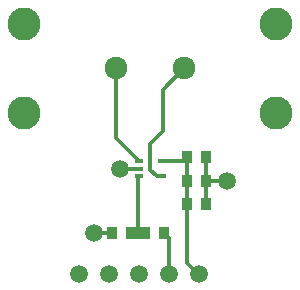
<source format=gtl>
G04 Layer_Physical_Order=1*
G04 Layer_Color=255*
%FSLAX43Y43*%
%MOMM*%
G71*
G01*
G75*
%ADD10R,0.950X1.000*%
%ADD11R,0.750X0.400*%
%ADD12C,0.305*%
%ADD13C,0.300*%
%ADD14R,0.425X0.175*%
%ADD15C,1.500*%
%ADD16C,2.800*%
%ADD17C,1.920*%
D10*
X13400Y6775D02*
D03*
X11800D02*
D03*
X16200Y6775D02*
D03*
X14600D02*
D03*
X19725Y13200D02*
D03*
X18125D02*
D03*
X19725Y11200D02*
D03*
X18125D02*
D03*
X19725Y9200D02*
D03*
X18125D02*
D03*
D11*
X14084Y12850D02*
D03*
Y12200D02*
D03*
Y11550D02*
D03*
X15984Y12850D02*
D03*
Y11550D02*
D03*
D12*
X16100Y15400D02*
Y18900D01*
X15000Y14300D02*
X16100Y15400D01*
X15000Y12100D02*
Y14300D01*
Y12100D02*
X15550Y11550D01*
X15984D01*
X12100Y14834D02*
X14084Y12850D01*
X12100Y14834D02*
Y20700D01*
X18125Y13200D02*
X18125Y13200D01*
Y11200D02*
Y13200D01*
Y9200D02*
Y11200D01*
X16100Y18900D02*
X17900Y20700D01*
X18125Y4200D02*
Y9200D01*
X19140Y2760D02*
Y3185D01*
X18125Y4200D02*
X19140Y3185D01*
X14000Y6500D02*
Y11300D01*
X16200Y6775D02*
X16600Y6375D01*
Y3275D02*
Y6375D01*
D13*
X14059Y12225D02*
X14084Y12200D01*
X12475Y12225D02*
X14059D01*
X15984Y12850D02*
X17775D01*
X18125Y13200D01*
X19725Y11200D02*
X21475D01*
X19725Y9200D02*
Y11200D01*
X19725Y11200D02*
Y13200D01*
Y11200D02*
X19725Y11200D01*
X10275Y6775D02*
X11800D01*
D14*
X14005Y6361D02*
D03*
D15*
X14050Y3275D02*
D03*
X11510D02*
D03*
X8970D02*
D03*
X16590D02*
D03*
X19130D02*
D03*
X12475Y12225D02*
D03*
X21475Y11200D02*
D03*
X10275Y6775D02*
D03*
D16*
X4300Y24500D02*
D03*
Y16900D02*
D03*
X25700D02*
D03*
Y24500D02*
D03*
D17*
X12100Y20700D02*
D03*
X17900D02*
D03*
M02*

</source>
